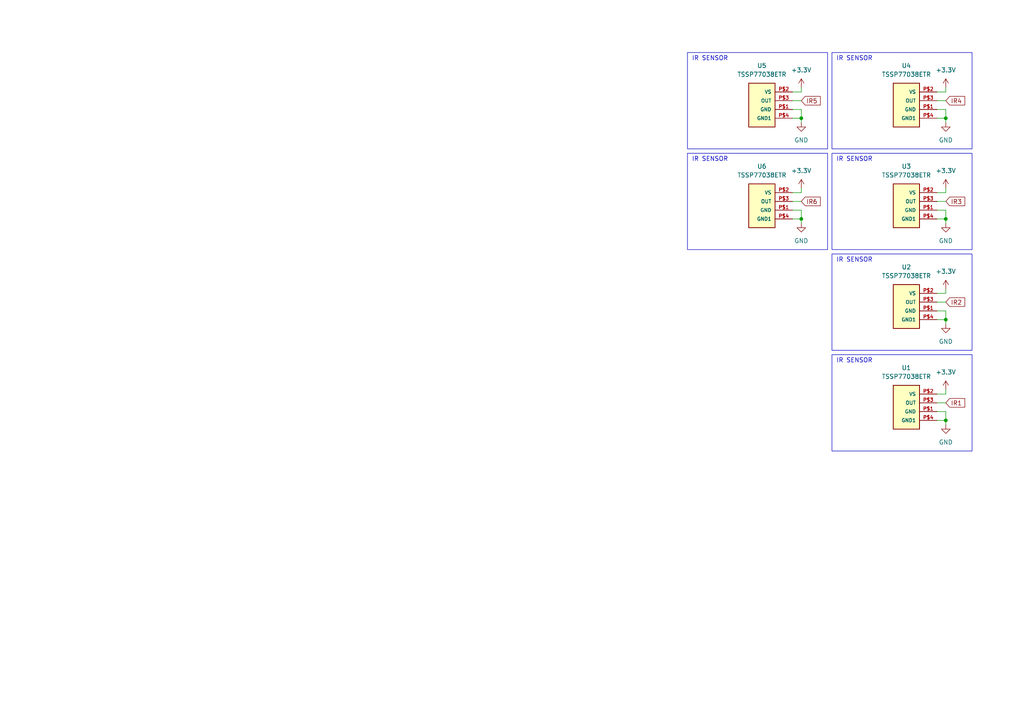
<source format=kicad_sch>
(kicad_sch (version 20230121) (generator eeschema)
  (paper "A4")
  (lib_symbols
    (symbol "TSSP77:TSSP77038ETR" (pin_names (offset 1.016))
      (property "Reference" "U" (at 0 0 0))
      (property "Value" "TSSP77038ETR" (at 0 0 0))
      (symbol "TSSP77038ETR_0_0"
        (rectangle (start -7.62 -7.62) (end 0 5.08) (stroke (width 0.254)) (fill (type background)))
        (pin bidirectional line (at 5.08 -2.54 180) (length 5.08) (name "GND") (number "P$1"))
        (pin bidirectional line (at 5.08 2.54 180) (length 5.08) (name "VS") (number "P$2"))
        (pin bidirectional line (at 5.08 0 180) (length 5.08) (name "OUT") (number "P$3"))
        (pin bidirectional line (at 5.08 -5.08 180) (length 5.08) (name "GND1") (number "P$4"))
      )
    )
    (symbol "power:+3.3V" (power) (pin_names (offset 0))
      (property "Value" "+3.3V" (at 0 3.556 0))
      (symbol "+3.3V_0_1"
        (polyline (pts (xy -0.762 1.27) (xy 0 2.54)))
        (polyline (pts (xy 0 0) (xy 0 2.54)))
        (polyline (pts (xy 0 2.54) (xy 0.762 1.27)))
      )
      (symbol "+3.3V_1_1"
        (pin power_in line (at 0 0 90) (length 0) hide (name "+3.3V") (number "1"))
      )
    )
    (symbol "power:GND" (power) (pin_names (offset 0))
      (property "Value" "GND" (at 0 -3.81 0))
      (symbol "GND_0_1"
        (polyline (pts (xy 0 0) (xy 0 -1.27) (xy 1.27 -1.27) (xy 0 -2.54) (xy -1.27 -1.27) (xy 0 -1.27)))
      )
      (symbol "GND_1_1"
        (pin power_in line (at 0 0 270) (length 0) hide (name "GND") (number "1"))
      )
    )
  )
  (junction (at 274.32 63.5))
  (junction (at 274.32 121.92))
  (junction (at 232.41 34.29))
  (junction (at 274.32 34.29))
  (junction (at 232.41 63.5))
  (junction (at 274.32 92.71))
  (wire (pts (xy 274.32 90.17) (xy 274.32 92.71)))
  (wire (pts (xy 274.32 34.29) (xy 274.32 35.56)))
  (wire (pts (xy 232.41 60.96) (xy 232.41 63.5)))
  (wire (pts (xy 271.78 85.09) (xy 274.32 85.09)))
  (wire (pts (xy 232.41 63.5) (xy 232.41 64.77)))
  (wire (pts (xy 274.32 119.38) (xy 274.32 121.92)))
  (wire (pts (xy 271.78 29.21) (xy 274.32 29.21)))
  (wire (pts (xy 271.78 26.67) (xy 274.32 26.67)))
  (wire (pts (xy 271.78 63.5) (xy 274.32 63.5)))
  (wire (pts (xy 229.87 34.29) (xy 232.41 34.29)))
  (wire (pts (xy 271.78 116.84) (xy 274.32 116.84)))
  (wire (pts (xy 229.87 31.75) (xy 232.41 31.75)))
  (wire (pts (xy 274.32 26.67) (xy 274.32 25.4)))
  (wire (pts (xy 271.78 87.63) (xy 274.32 87.63)))
  (wire (pts (xy 229.87 63.5) (xy 232.41 63.5)))
  (wire (pts (xy 271.78 55.88) (xy 274.32 55.88)))
  (wire (pts (xy 271.78 60.96) (xy 274.32 60.96)))
  (wire (pts (xy 232.41 34.29) (xy 232.41 35.56)))
  (wire (pts (xy 232.41 26.67) (xy 232.41 25.4)))
  (wire (pts (xy 229.87 60.96) (xy 232.41 60.96)))
  (wire (pts (xy 271.78 121.92) (xy 274.32 121.92)))
  (wire (pts (xy 271.78 31.75) (xy 274.32 31.75)))
  (wire (pts (xy 274.32 85.09) (xy 274.32 83.82)))
  (wire (pts (xy 232.41 55.88) (xy 232.41 54.61)))
  (wire (pts (xy 274.32 63.5) (xy 274.32 64.77)))
  (wire (pts (xy 232.41 31.75) (xy 232.41 34.29)))
  (wire (pts (xy 229.87 55.88) (xy 232.41 55.88)))
  (wire (pts (xy 274.32 92.71) (xy 274.32 93.98)))
  (wire (pts (xy 229.87 26.67) (xy 232.41 26.67)))
  (wire (pts (xy 271.78 114.3) (xy 274.32 114.3)))
  (wire (pts (xy 271.78 90.17) (xy 274.32 90.17)))
  (wire (pts (xy 271.78 34.29) (xy 274.32 34.29)))
  (wire (pts (xy 229.87 29.21) (xy 232.41 29.21)))
  (wire (pts (xy 274.32 31.75) (xy 274.32 34.29)))
  (wire (pts (xy 274.32 121.92) (xy 274.32 123.19)))
  (wire (pts (xy 274.32 60.96) (xy 274.32 63.5)))
  (wire (pts (xy 274.32 55.88) (xy 274.32 54.61)))
  (wire (pts (xy 229.87 58.42) (xy 232.41 58.42)))
  (wire (pts (xy 271.78 119.38) (xy 274.32 119.38)))
  (wire (pts (xy 271.78 58.42) (xy 274.32 58.42)))
  (wire (pts (xy 274.32 114.3) (xy 274.32 113.03)))
  (wire (pts (xy 271.78 92.71) (xy 274.32 92.71)))
  (rectangle (start 199.39 44.45) (end 240.03 72.39))
  (rectangle (start 241.3 73.66) (end 281.94 101.6))
  (rectangle (start 199.39 15.24) (end 240.03 43.18))
  (rectangle (start 241.3 44.45) (end 281.94 72.39))
  (rectangle (start 241.3 102.87) (end 281.94 130.81))
  (rectangle (start 241.3 15.24) (end 281.94 43.18))
  (text "IR SENSOR" (at 200.66 17.78 0) (effects (font (size 1.27 1.27)) (justify left bottom)))
  (text "IR SENSOR" (at 242.57 17.78 0) (effects (font (size 1.27 1.27)) (justify left bottom)))
  (text "IR SENSOR" (at 242.57 105.41 0) (effects (font (size 1.27 1.27)) (justify left bottom)))
  (text "IR SENSOR" (at 242.57 46.99 0) (effects (font (size 1.27 1.27)) (justify left bottom)))
  (text "IR SENSOR" (at 242.57 76.2 0) (effects (font (size 1.27 1.27)) (justify left bottom)))
  (text "IR SENSOR" (at 200.66 46.99 0) (effects (font (size 1.27 1.27)) (justify left bottom)))
  (global_label "IR5" (shape input) (at 232.41 29.21 0) (property "Intersheetrefs" "${INTERSHEET_REFS}" (effects hide)))
  (global_label "IR1" (shape input) (at 274.32 116.84 0) (property "Intersheetrefs" "${INTERSHEET_REFS}" (effects hide)))
  (global_label "IR3" (shape input) (at 274.32 58.42 0) (property "Intersheetrefs" "${INTERSHEET_REFS}" (effects hide)))
  (global_label "IR6" (shape input) (at 232.41 58.42 0) (property "Intersheetrefs" "${INTERSHEET_REFS}" (effects hide)))
  (global_label "IR4" (shape input) (at 274.32 29.21 0) (property "Intersheetrefs" "${INTERSHEET_REFS}" (effects hide)))
  (global_label "IR2" (shape input) (at 274.32 87.63 0) (property "Intersheetrefs" "${INTERSHEET_REFS}" (effects hide)))
  (symbol (lib_id "power:GND") (at 232.41 64.77 0) (unit 1)
    (property "Reference" "#PWR012" (effects hide))
    (property "Value" "GND" (at 232.41 69.85 0))
  )
  (symbol (lib_id "TSSP77:TSSP77038ETR") (at 224.79 58.42 0) (unit 1)
    (property "Reference" "U6" (at 220.98 48.26 0))
    (property "Value" "TSSP77038ETR" (at 220.98 50.8 0))
    (property "Footprint" "TSSP77038ETR:TSSP770" (effects hide))
    (property "MF" "Vishay Semiconductors" (effects hide))
    (property "Description" "\nRemote Receiver Sensor 38.0kHz 8m Surface Mount\n" (effects hide))
    (property "Package" "None" (effects hide))
    (property "Price" "None" (effects hide))
    (property "SnapEDA_Link" "https://www.snapeda.com/parts/TSSP77038ETR/Vishay/view-part/?ref=snap" (effects hide))
    (property "MP" "TSSP77038ETR" (effects hide))
    (property "Purchase-URL" "https://www.snapeda.com/api/url_track_click_mouser/?unipart_id=12756507&manufacturer=Vishay Semiconductors&part_name=TSSP77038ETR&search_term=tssp77" (effects hide))
    (property "Availability" "In Stock" (effects hide))
    (property "Check_prices" "https://www.snapeda.com/parts/TSSP77038ETR/Vishay/view-part/?ref=eda" (effects hide))
  )
  (symbol (lib_id "power:GND") (at 274.32 64.77 0) (unit 1)
    (property "Reference" "#PWR06" (effects hide))
    (property "Value" "GND" (at 274.32 69.85 0))
  )
  (symbol (lib_id "power:+3.3V") (at 274.32 83.82 0) (unit 1)
    (property "Reference" "#PWR03" (effects hide))
    (property "Value" "+3.3V" (at 274.32 78.74 0))
  )
  (symbol (lib_id "power:GND") (at 232.41 35.56 0) (unit 1)
    (property "Reference" "#PWR010" (effects hide))
    (property "Value" "GND" (at 232.41 40.64 0))
  )
  (symbol (lib_id "power:+3.3V") (at 232.41 25.4 0) (unit 1)
    (property "Reference" "#PWR09" (effects hide))
    (property "Value" "+3.3V" (at 232.41 20.32 0))
  )
  (symbol (lib_id "TSSP77:TSSP77038ETR") (at 266.7 116.84 0) (unit 1)
    (property "Reference" "U1" (at 262.89 106.68 0))
    (property "Value" "TSSP77038ETR" (at 262.89 109.22 0))
    (property "Footprint" "TSSP77038ETR:TSSP770" (effects hide))
    (property "MF" "Vishay Semiconductors" (effects hide))
    (property "Description" "\nRemote Receiver Sensor 38.0kHz 8m Surface Mount\n" (effects hide))
    (property "Package" "None" (effects hide))
    (property "Price" "None" (effects hide))
    (property "SnapEDA_Link" "https://www.snapeda.com/parts/TSSP77038ETR/Vishay/view-part/?ref=snap" (effects hide))
    (property "MP" "TSSP77038ETR" (effects hide))
    (property "Purchase-URL" "https://www.snapeda.com/api/url_track_click_mouser/?unipart_id=12756507&manufacturer=Vishay Semiconductors&part_name=TSSP77038ETR&search_term=tssp77" (effects hide))
    (property "Availability" "In Stock" (effects hide))
    (property "Check_prices" "https://www.snapeda.com/parts/TSSP77038ETR/Vishay/view-part/?ref=eda" (effects hide))
  )
  (symbol (lib_id "power:GND") (at 274.32 35.56 0) (unit 1)
    (property "Reference" "#PWR08" (effects hide))
    (property "Value" "GND" (at 274.32 40.64 0))
  )
  (symbol (lib_id "power:+3.3V") (at 232.41 54.61 0) (unit 1)
    (property "Reference" "#PWR011" (effects hide))
    (property "Value" "+3.3V" (at 232.41 49.53 0))
  )
  (symbol (lib_id "power:GND") (at 274.32 123.19 0) (unit 1)
    (property "Reference" "#PWR02" (effects hide))
    (property "Value" "GND" (at 274.32 128.27 0))
  )
  (symbol (lib_id "TSSP77:TSSP77038ETR") (at 266.7 58.42 0) (unit 1)
    (property "Reference" "U3" (at 262.89 48.26 0))
    (property "Value" "TSSP77038ETR" (at 262.89 50.8 0))
    (property "Footprint" "TSSP77038ETR:TSSP770" (effects hide))
    (property "MF" "Vishay Semiconductors" (effects hide))
    (property "Description" "\nRemote Receiver Sensor 38.0kHz 8m Surface Mount\n" (effects hide))
    (property "Package" "None" (effects hide))
    (property "Price" "None" (effects hide))
    (property "SnapEDA_Link" "https://www.snapeda.com/parts/TSSP77038ETR/Vishay/view-part/?ref=snap" (effects hide))
    (property "MP" "TSSP77038ETR" (effects hide))
    (property "Purchase-URL" "https://www.snapeda.com/api/url_track_click_mouser/?unipart_id=12756507&manufacturer=Vishay Semiconductors&part_name=TSSP77038ETR&search_term=tssp77" (effects hide))
    (property "Availability" "In Stock" (effects hide))
    (property "Check_prices" "https://www.snapeda.com/parts/TSSP77038ETR/Vishay/view-part/?ref=eda" (effects hide))
  )
  (symbol (lib_id "TSSP77:TSSP77038ETR") (at 266.7 29.21 0) (unit 1)
    (property "Reference" "U4" (at 262.89 19.05 0))
    (property "Value" "TSSP77038ETR" (at 262.89 21.59 0))
    (property "Footprint" "TSSP77038ETR:TSSP770" (effects hide))
    (property "MF" "Vishay Semiconductors" (effects hide))
    (property "Description" "\nRemote Receiver Sensor 38.0kHz 8m Surface Mount\n" (effects hide))
    (property "Package" "None" (effects hide))
    (property "Price" "None" (effects hide))
    (property "SnapEDA_Link" "https://www.snapeda.com/parts/TSSP77038ETR/Vishay/view-part/?ref=snap" (effects hide))
    (property "MP" "TSSP77038ETR" (effects hide))
    (property "Purchase-URL" "https://www.snapeda.com/api/url_track_click_mouser/?unipart_id=12756507&manufacturer=Vishay Semiconductors&part_name=TSSP77038ETR&search_term=tssp77" (effects hide))
    (property "Availability" "In Stock" (effects hide))
    (property "Check_prices" "https://www.snapeda.com/parts/TSSP77038ETR/Vishay/view-part/?ref=eda" (effects hide))
  )
  (symbol (lib_id "TSSP77:TSSP77038ETR") (at 266.7 87.63 0) (unit 1)
    (property "Reference" "U2" (at 262.89 77.47 0))
    (property "Value" "TSSP77038ETR" (at 262.89 80.01 0))
    (property "Footprint" "TSSP77038ETR:TSSP770" (effects hide))
    (property "MF" "Vishay Semiconductors" (effects hide))
    (property "Description" "\nRemote Receiver Sensor 38.0kHz 8m Surface Mount\n" (effects hide))
    (property "Package" "None" (effects hide))
    (property "Price" "None" (effects hide))
    (property "SnapEDA_Link" "https://www.snapeda.com/parts/TSSP77038ETR/Vishay/view-part/?ref=snap" (effects hide))
    (property "MP" "TSSP77038ETR" (effects hide))
    (property "Purchase-URL" "https://www.snapeda.com/api/url_track_click_mouser/?unipart_id=12756507&manufacturer=Vishay Semiconductors&part_name=TSSP77038ETR&search_term=tssp77" (effects hide))
    (property "Availability" "In Stock" (effects hide))
    (property "Check_prices" "https://www.snapeda.com/parts/TSSP77038ETR/Vishay/view-part/?ref=eda" (effects hide))
  )
  (symbol (lib_id "power:+3.3V") (at 274.32 25.4 0) (unit 1)
    (property "Reference" "#PWR07" (effects hide))
    (property "Value" "+3.3V" (at 274.32 20.32 0))
  )
  (symbol (lib_id "power:GND") (at 274.32 93.98 0) (unit 1)
    (property "Reference" "#PWR04" (effects hide))
    (property "Value" "GND" (at 274.32 99.06 0))
  )
  (symbol (lib_id "TSSP77:TSSP77038ETR") (at 224.79 29.21 0) (unit 1)
    (property "Reference" "U5" (at 220.98 19.05 0))
    (property "Value" "TSSP77038ETR" (at 220.98 21.59 0))
    (property "Footprint" "TSSP77038ETR:TSSP770" (effects hide))
    (property "MF" "Vishay Semiconductors" (effects hide))
    (property "Description" "\nRemote Receiver Sensor 38.0kHz 8m Surface Mount\n" (effects hide))
    (property "Package" "None" (effects hide))
    (property "Price" "None" (effects hide))
    (property "SnapEDA_Link" "https://www.snapeda.com/parts/TSSP77038ETR/Vishay/view-part/?ref=snap" (effects hide))
    (property "MP" "TSSP77038ETR" (effects hide))
    (property "Purchase-URL" "https://www.snapeda.com/api/url_track_click_mouser/?unipart_id=12756507&manufacturer=Vishay Semiconductors&part_name=TSSP77038ETR&search_term=tssp77" (effects hide))
    (property "Availability" "In Stock" (effects hide))
    (property "Check_prices" "https://www.snapeda.com/parts/TSSP77038ETR/Vishay/view-part/?ref=eda" (effects hide))
  )
  (symbol (lib_id "power:+3.3V") (at 274.32 54.61 0) (unit 1)
    (property "Reference" "#PWR05" (effects hide))
    (property "Value" "+3.3V" (at 274.32 49.53 0))
  )
  (symbol (lib_id "power:+3.3V") (at 274.32 113.03 0) (unit 1)
    (property "Reference" "#PWR01" (effects hide))
    (property "Value" "+3.3V" (at 274.32 107.95 0))
  )
)
</source>
